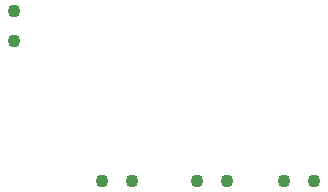
<source format=gbr>
%TF.GenerationSoftware,Altium Limited,Altium Designer,24.6.1 (21)*%
G04 Layer_Color=0*
%FSLAX45Y45*%
%MOMM*%
%TF.SameCoordinates,18E76ECD-83C5-444D-8C50-6D49F83D0F89*%
%TF.FilePolarity,Positive*%
%TF.FileFunction,NonPlated,1,4,NPTH,Drill*%
%TF.Part,Single*%
G01*
G75*
%TA.AperFunction,ComponentDrill*%
%ADD89C,1.10000*%
%ADD90C,1.10000*%
D89*
X620000Y-1964000D02*
D03*
X874000D02*
D03*
X-120000D02*
D03*
X134000D02*
D03*
X-920000D02*
D03*
X-666000D02*
D03*
D90*
X-1664000Y-526000D02*
D03*
Y-780000D02*
D03*
%TF.MD5,bfd3bc5825645ad5338ef86ec51df33e*%
M02*

</source>
